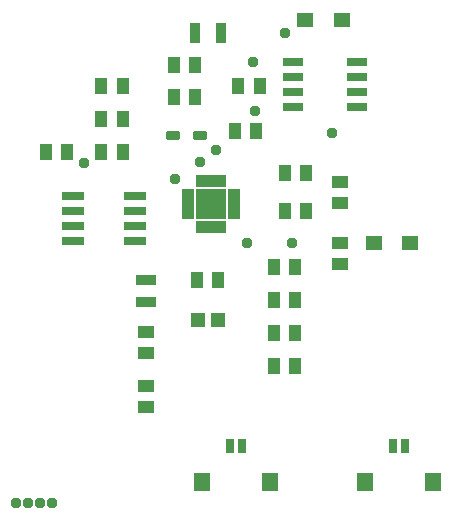
<source format=gbr>
G04 EAGLE Gerber RS-274X export*
G75*
%MOMM*%
%FSLAX34Y34*%
%LPD*%
%INSoldermask Top*%
%IPPOS*%
%AMOC8*
5,1,8,0,0,1.08239X$1,22.5*%
G01*
%ADD10R,1.003200X1.403200*%
%ADD11R,1.403200X1.003200*%
%ADD12C,0.332672*%
%ADD13R,1.346200X1.295400*%
%ADD14R,0.914400X1.651000*%
%ADD15R,1.727200X0.914400*%
%ADD16R,0.990600X0.508000*%
%ADD17R,0.508000X0.990600*%
%ADD18R,2.641600X2.641600*%
%ADD19R,1.854200X0.762000*%
%ADD20R,1.663700X0.762000*%
%ADD21R,0.753200X1.203200*%
%ADD22R,1.463200X1.503200*%
%ADD23R,1.303200X1.203200*%
%ADD24C,0.959600*%


D10*
X167000Y390000D03*
X185000Y390000D03*
X124000Y316000D03*
X106000Y316000D03*
X106000Y372000D03*
X124000Y372000D03*
X252000Y163000D03*
X270000Y163000D03*
X252000Y219000D03*
X270000Y219000D03*
D11*
X308000Y239000D03*
X308000Y221000D03*
X144000Y118000D03*
X144000Y100000D03*
D12*
X161997Y328047D02*
X171003Y328047D01*
X161997Y328047D02*
X161997Y331953D01*
X171003Y331953D01*
X171003Y328047D01*
X171003Y331208D02*
X161997Y331208D01*
X184997Y328047D02*
X194003Y328047D01*
X184997Y328047D02*
X184997Y331953D01*
X194003Y331953D01*
X194003Y328047D01*
X194003Y331208D02*
X184997Y331208D01*
D13*
X336633Y239000D03*
X367367Y239000D03*
X278633Y428000D03*
X309367Y428000D03*
D14*
X207049Y417000D03*
X184951Y417000D03*
D15*
X143700Y189000D03*
X143700Y208050D03*
D11*
X143700Y164000D03*
X143700Y146000D03*
D10*
X252000Y135000D03*
X270000Y135000D03*
X185000Y363000D03*
X167000Y363000D03*
X270000Y191000D03*
X252000Y191000D03*
X204600Y208000D03*
X186600Y208000D03*
X124000Y344000D03*
X106000Y344000D03*
X77000Y316000D03*
X59000Y316000D03*
X261000Y298000D03*
X279000Y298000D03*
X261000Y266000D03*
X279000Y266000D03*
D11*
X308000Y272900D03*
X308000Y290900D03*
D16*
X179242Y282106D03*
X179242Y277280D03*
X179242Y272200D03*
X179242Y267120D03*
X179242Y262294D03*
D17*
X188894Y252642D03*
X193720Y252642D03*
X198800Y252642D03*
X203880Y252642D03*
X208706Y252642D03*
D16*
X218358Y262294D03*
X218358Y267120D03*
X218358Y272200D03*
X218358Y277280D03*
X218358Y282106D03*
D17*
X208706Y291758D03*
X203880Y291758D03*
X198800Y291758D03*
X193720Y291758D03*
X188894Y291758D03*
D18*
X198800Y272200D03*
D19*
X81711Y279050D03*
X81711Y266350D03*
X81711Y253650D03*
X81711Y240950D03*
X134289Y240950D03*
X134289Y253650D03*
X134289Y266350D03*
X134289Y279050D03*
D20*
X267759Y392050D03*
X267759Y379350D03*
X267759Y366650D03*
X267759Y353950D03*
X322242Y353950D03*
X322242Y366650D03*
X322242Y379350D03*
X322242Y392050D03*
D21*
X215000Y67000D03*
X225000Y67000D03*
D22*
X191250Y37100D03*
X248800Y37100D03*
D21*
X353000Y67000D03*
X363000Y67000D03*
D22*
X329250Y37100D03*
X386800Y37100D03*
D23*
X204500Y174000D03*
X187500Y174000D03*
D10*
X219000Y334000D03*
X237000Y334000D03*
X222000Y372000D03*
X240000Y372000D03*
D24*
X34000Y19000D03*
X44000Y19000D03*
X54000Y19000D03*
X64000Y19000D03*
X91000Y307000D03*
X168000Y293000D03*
X203000Y318000D03*
X236000Y351000D03*
X189000Y308000D03*
X234000Y392000D03*
X301000Y332000D03*
X261000Y417000D03*
X267000Y239000D03*
X229000Y239000D03*
M02*

</source>
